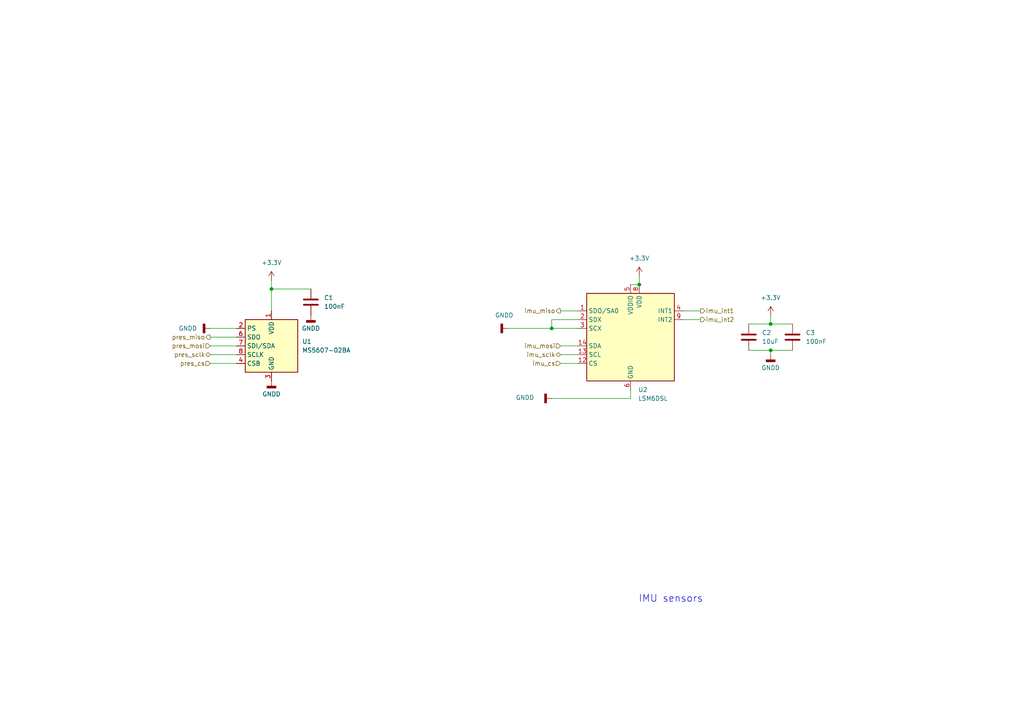
<source format=kicad_sch>
(kicad_sch (version 20250114) (generator "eeschema") (generator_version "9.0")
  (paper "A4")
  (lib_symbols
    (symbol "Device:C" (pin_numbers (hide yes)) (pin_names (offset 0.254))
      (property "Reference" "C" (at 0.635 2.54 0))
      (property "Value" "C" (at 0.635 -2.54 0))
      (symbol "C_0_1"
        (polyline (pts (xy -2.032 0.762) (xy 2.032 0.762)) (stroke (width 0.508)))
        (polyline (pts (xy -2.032 -0.762) (xy 2.032 -0.762)) (stroke (width 0.508)))
      )
      (symbol "C_1_1"
        (pin passive line (at 0 3.81 270) (length 2.794) (name "~") (number "1"))
        (pin passive line (at 0 -3.81 90) (length 2.794) (name "~") (number "2"))
      )
    )
    (symbol "Sensor_Motion:LSM6DSL"
      (property "Reference" "U" (at -11.43 15.24 0))
      (property "Value" "LSM6DSL" (at -11.43 12.7 0))
      (symbol "LSM6DSL_0_1"
        (rectangle (start -12.7 12.7) (end 12.7 -12.7) (stroke (width 0.254)) (fill (type background)))
      )
      (symbol "LSM6DSL_1_1"
        (pin bidirectional line (at -15.24 7.62 0) (length 2.54) (name "SDO/SA0") (number "1"))
        (pin bidirectional line (at -15.24 5.08 0) (length 2.54) (name "SDX") (number "2"))
        (pin input line (at -15.24 2.54 0) (length 2.54) (name "SCX") (number "3"))
        (pin bidirectional line (at -15.24 -2.54 0) (length 2.54) (name "SDA") (number "14"))
        (pin input line (at -15.24 -5.08 0) (length 2.54) (name "SCL") (number "13"))
        (pin input line (at -15.24 -7.62 0) (length 2.54) (name "CS") (number "12"))
        (pin power_in line (at 0 15.24 270) (length 2.54) (name "VDDIO") (number "5"))
        (pin power_in line (at 0 -15.24 90) (length 2.54) (name "GND") (number "6"))
        (pin passive line (at 0 -15.24 90) (length 2.54) (hide yes) (name "GND") (number "7"))
        (pin power_in line (at 2.54 15.24 270) (length 2.54) (name "VDD") (number "8"))
        (pin no_connect line (at 12.7 -2.54 180) (length 3.81) (hide yes) (name "NC") (number "11"))
        (pin no_connect line (at 12.7 -5.08 180) (length 3.81) (hide yes) (name "NC") (number "10"))
        (pin output line (at 15.24 7.62 180) (length 2.54) (name "INT1") (number "4"))
        (pin output line (at 15.24 5.08 180) (length 2.54) (name "INT2") (number "9"))
      )
    )
    (symbol "Sensor_Pressure:MS5607-02BA"
      (property "Reference" "U" (at -6.35 8.89 0))
      (property "Value" "MS5607-02BA" (at 7.62 8.89 0))
      (symbol "MS5607-02BA_0_1"
        (rectangle (start -7.62 7.62) (end 7.62 -7.62) (stroke (width 0.254)) (fill (type background)))
      )
      (symbol "MS5607-02BA_1_1"
        (pin input line (at -10.16 5.08 0) (length 2.54) (name "PS") (number "2"))
        (pin output line (at -10.16 2.54 0) (length 2.54) (name "SDO") (number "6"))
        (pin bidirectional line (at -10.16 0 0) (length 2.54) (name "SDI/SDA") (number "7"))
        (pin input line (at -10.16 -2.54 0) (length 2.54) (name "SCLK") (number "8"))
        (pin input line (at -10.16 -5.08 0) (length 2.54) (name "CSB") (number "4"))
        (pin input line (at -10.16 -5.08 0) (length 2.54) (hide yes) (name "CSB") (number "5"))
        (pin power_in line (at 0 10.16 270) (length 2.54) (name "VDD") (number "1"))
        (pin power_in line (at 0 -10.16 90) (length 2.54) (name "GND") (number "3"))
      )
    )
    (symbol "power:+3.3V" (power) (pin_numbers (hide yes)) (pin_names (offset 0) (hide yes))
      (property "Value" "+3.3V" (at 0 3.556 0))
      (symbol "+3.3V_0_1"
        (polyline (pts (xy -0.762 1.27) (xy 0 2.54)))
        (polyline (pts (xy 0 2.54) (xy 0.762 1.27)))
        (polyline (pts (xy 0 0) (xy 0 2.54)))
      )
      (symbol "+3.3V_1_1"
        (pin power_in line (at 0 0 90) (length 0) (name "~") (number "1"))
      )
    )
    (symbol "power:GNDD" (power) (pin_numbers (hide yes)) (pin_names (offset 0) (hide yes))
      (property "Value" "GNDD" (at 0 -3.175 0))
      (symbol "GNDD_0_1"
        (rectangle (start -1.27 -1.524) (end 1.27 -2.032) (stroke (width 0.254)) (fill (type outline)))
        (polyline (pts (xy 0 0) (xy 0 -1.524)))
      )
      (symbol "GNDD_1_1"
        (pin power_in line (at 0 0 270) (length 0) (name "~") (number "1"))
      )
    )
  )
  (text "IMU sensors" (at 194.564 173.736 0) (effects (font (size 2.032 2.032))))
  (junction (at 185.42 82.55))
  (junction (at 160.02 95.25))
  (junction (at 78.74 83.82))
  (junction (at 223.52 93.98))
  (junction (at 223.52 101.6))
  (wire (pts (xy 160.02 115.57) (xy 182.88 115.57)))
  (wire (pts (xy 182.88 115.57) (xy 182.88 113.03)))
  (wire (pts (xy 78.74 83.82) (xy 78.74 90.17)))
  (wire (pts (xy 60.96 100.33) (xy 68.58 100.33)))
  (wire (pts (xy 60.96 97.79) (xy 68.58 97.79)))
  (wire (pts (xy 198.12 92.71) (xy 203.2 92.71)))
  (wire (pts (xy 182.88 82.55) (xy 185.42 82.55)))
  (wire (pts (xy 162.56 90.17) (xy 167.64 90.17)))
  (wire (pts (xy 223.52 91.44) (xy 223.52 93.98)))
  (wire (pts (xy 162.56 102.87) (xy 167.64 102.87)))
  (wire (pts (xy 185.42 82.55) (xy 185.42 80.01)))
  (wire (pts (xy 78.74 81.28) (xy 78.74 83.82)))
  (wire (pts (xy 198.12 90.17) (xy 203.2 90.17)))
  (wire (pts (xy 223.52 101.6) (xy 229.87 101.6)))
  (wire (pts (xy 60.96 105.41) (xy 68.58 105.41)))
  (wire (pts (xy 167.64 92.71) (xy 160.02 92.71)))
  (wire (pts (xy 160.02 95.25) (xy 167.64 95.25)))
  (wire (pts (xy 217.17 101.6) (xy 223.52 101.6)))
  (wire (pts (xy 162.56 100.33) (xy 167.64 100.33)))
  (wire (pts (xy 60.96 95.25) (xy 68.58 95.25)))
  (wire (pts (xy 162.56 105.41) (xy 167.64 105.41)))
  (wire (pts (xy 223.52 102.87) (xy 223.52 101.6)))
  (wire (pts (xy 78.74 83.82) (xy 90.17 83.82)))
  (wire (pts (xy 160.02 92.71) (xy 160.02 95.25)))
  (wire (pts (xy 223.52 93.98) (xy 229.87 93.98)))
  (wire (pts (xy 217.17 93.98) (xy 223.52 93.98)))
  (wire (pts (xy 60.96 102.87) (xy 68.58 102.87)))
  (wire (pts (xy 147.32 95.25) (xy 160.02 95.25)))
  (hierarchical_label "pres_sclk" (shape bidirectional) (at 60.96 102.87 180))
  (hierarchical_label "imu_int1" (shape output) (at 203.2 90.17 0))
  (hierarchical_label "pres_cs" (shape input) (at 60.96 105.41 180))
  (hierarchical_label "imu_mosi" (shape input) (at 162.56 100.33 180))
  (hierarchical_label "pres_mosi" (shape input) (at 60.96 100.33 180))
  (hierarchical_label "imu_miso" (shape output) (at 162.56 90.17 180))
  (hierarchical_label "imu_int2" (shape output) (at 203.2 92.71 0))
  (hierarchical_label "imu_cs" (shape input) (at 162.56 105.41 180))
  (hierarchical_label "pres_miso" (shape output) (at 60.96 97.79 180))
  (hierarchical_label "imu_sclk" (shape bidirectional) (at 162.56 102.87 180))
  (symbol (lib_id "power:GNDD") (at 60.96 95.25 270) (unit 1)
    (property "Reference" "#PWR0106" (effects (hide yes)))
    (property "Value" "GNDD" (at 57.15 95.2499 90) (effects (justify right)))
    (property "Description" "Power symbol creates a global label with name \"GNDD\" , digital ground" (effects (hide yes)))
    (instances (project "IMU" (path "" (reference "#PWR0106") (unit 1))) (project "ride-along-module" (path "" (reference "#PWR021") (unit 1))) (project "Recovery-Module" (path "" (reference "#PWR042") (unit 1))))
  )
  (symbol (lib_id "power:GNDD") (at 223.52 102.87 0) (unit 1)
    (property "Reference" "#PWR0103" (effects (hide yes)))
    (property "Value" "GNDD" (at 223.52 106.68 0))
    (property "Description" "Power symbol creates a global label with name \"GNDD\" , digital ground" (effects (hide yes)))
    (instances (project "IMU" (path "" (reference "#PWR0103") (unit 1))) (project "ride-along-module" (path "" (reference "#PWR030") (unit 1))) (project "Recovery-Module" (path "" (reference "#PWR047") (unit 1))))
  )
  (symbol (lib_id "power:+3.3V") (at 185.42 80.01 0) (unit 1)
    (property "Reference" "#PWR06" (effects (hide yes)))
    (property "Value" "+3.3V" (at 185.42 74.93 0))
    (property "Description" "Power symbol creates a global label with name \"+3.3V\"" (effects (hide yes)))
    (instances (project "IMU" (path "" (reference "#PWR06") (unit 1))) (project "ride-along-module" (path "" (reference "#PWR028") (unit 1))))
  )
  (symbol (lib_id "Device:C") (at 90.17 87.63 0) (unit 1)
    (property "Reference" "C1" (at 93.98 86.3599 0) (effects (justify left)))
    (property "Value" "100nF" (at 93.98 88.8999 0) (effects (justify left)))
    (property "Footprint" "Capacitor_SMD:C_0603_1608Metric_Pad1.08x0.95mm_HandSolder" (effects (hide yes)))
    (property "Datasheet" "https://content.kemet.com/datasheets/KEM_C1002_X7R_SMD.pdf" (effects (hide yes)))
    (property "Description" "Unpolarized capacitor" (effects (hide yes)))
    (property "Purchase" "https://www.digikey.com/en/products/detail/kemet/C0603C104M5RACTU/2199782" (effects (hide yes)))
    (instances (project "IMU" (path "" (reference "C1") (unit 1))) (project "ride-along-module" (path "" (reference "C14") (unit 1))) (project "Recovery-Module" (path "" (reference "C18") (unit 1))))
  )
  (symbol (lib_id "Sensor_Pressure:MS5607-02BA") (at 78.74 100.33 0) (unit 1)
    (property "Reference" "U1" (at 87.63 99.0599 0) (effects (justify left)))
    (property "Value" "MS5607-02BA" (at 87.63 101.5999 0) (effects (justify left)))
    (property "Footprint" "Package_LGA:LGA-8_3x5mm_P1.25mm" (effects (hide yes)))
    (property "Datasheet" "https://www.te.com/commerce/DocumentDelivery/DDEController?Action=showdoc&DocId=Data+Sheet%7FMS5607-02BA03%7FB2%7Fpdf%7FEnglish%7FENG_DS_MS5607-02BA03_B2.pdf%7FCAT-BLPS0035" (effects (hide yes)))
    (property "Description" "Barometric pressure sensor, 20cm resolution, 10 to 1200 mbar, I2C and SPI interface up to 20MHz, LGA-8" (effects (hide yes)))
    (property "Purchase" "https://www.digikey.com/en/products/detail/te-connectivity-measurement-specialties/MS560702BA03-50/4700931" (effects (hide yes)))
    (instances (project "IMU" (path "" (reference "U1") (unit 1))) (project "ride-along-module" (path "" (reference "U3") (unit 1))) (project "Recovery-Module" (path "" (reference "U6") (unit 1))))
  )
  (symbol (lib_id "power:GNDD") (at 147.32 95.25 270) (unit 1)
    (property "Reference" "#PWR0102" (effects (hide yes)))
    (property "Value" "GNDD" (at 146.2405 91.44 90))
    (property "Description" "Power symbol creates a global label with name \"GNDD\" , digital ground" (effects (hide yes)))
    (instances (project "IMU" (path "" (reference "#PWR0102") (unit 1))) (project "ride-along-module" (path "" (reference "#PWR026") (unit 1))) (project "Recovery-Module" (path "" (reference "#PWR050") (unit 1))))
  )
  (symbol (lib_id "power:GNDD") (at 160.02 115.57 270) (unit 1)
    (property "Reference" "#PWR0101" (effects (hide yes)))
    (property "Value" "GNDD" (at 154.94 115.316 90) (effects (justify right)))
    (property "Description" "Power symbol creates a global label with name \"GNDD\" , digital ground" (effects (hide yes)))
    (instances (project "IMU" (path "" (reference "#PWR0101") (unit 1))) (project "ride-along-module" (path "" (reference "#PWR027") (unit 1))) (project "Recovery-Module" (path "" (reference "#PWR049") (unit 1))))
  )
  (symbol (lib_id "power:+3.3V") (at 78.74 81.28 0) (unit 1)
    (property "Reference" "#PWR0105" (effects (hide yes)))
    (property "Value" "+3.3V" (at 78.74 76.2 0))
    (property "Description" "Power symbol creates a global label with name \"+3.3V\"" (effects (hide yes)))
    (instances (project "IMU" (path "" (reference "#PWR0105") (unit 1))) (project "ride-along-module" (path "" (reference "#PWR023") (unit 1))) (project "Recovery-Module" (path "" (reference "#PWR044") (unit 1))))
  )
  (symbol (lib_id "power:GNDD") (at 78.74 110.49 0) (unit 1)
    (property "Reference" "#PWR0104" (effects (hide yes)))
    (property "Value" "GNDD" (at 78.74 114.3 0))
    (property "Description" "Power symbol creates a global label with name \"GNDD\" , digital ground" (effects (hide yes)))
    (instances (project "IMU" (path "" (reference "#PWR0104") (unit 1))) (project "ride-along-module" (path "" (reference "#PWR024") (unit 1))) (project "Recovery-Module" (path "" (reference "#PWR045") (unit 1))))
  )
  (symbol (lib_id "power:GNDD") (at 90.17 91.44 0) (unit 1)
    (property "Reference" "#PWR0108" (effects (hide yes)))
    (property "Value" "GNDD" (at 90.17 95.25 0))
    (property "Description" "Power symbol creates a global label with name \"GNDD\" , digital ground" (effects (hide yes)))
    (instances (project "IMU" (path "" (reference "#PWR0108") (unit 1))) (project "ride-along-module" (path "" (reference "#PWR025") (unit 1))) (project "Recovery-Module" (path "" (reference "#PWR046") (unit 1))))
  )
  (symbol (lib_id "Device:C") (at 229.87 97.79 0) (unit 1)
    (property "Reference" "C3" (at 233.68 96.5199 0) (effects (justify left)))
    (property "Value" "100nF" (at 233.68 99.0599 0) (effects (justify left)))
    (property "Footprint" "Capacitor_SMD:C_0603_1608Metric_Pad1.08x0.95mm_HandSolder" (effects (hide yes)))
    (property "Datasheet" "https://content.kemet.com/datasheets/KEM_C1002_X7R_SMD.pdf" (effects (hide yes)))
    (property "Description" "Unpolarized capacitor" (effects (hide yes)))
    (property "Purchase" "https://www.digikey.com/en/products/detail/kemet/C0603C104M5RACTU/2199782" (effects (hide yes)))
    (instances (project "IMU" (path "" (reference "C3") (unit 1))) (project "ride-along-module" (path "" (reference "C16") (unit 1))))
  )
  (symbol (lib_id "power:+3.3V") (at 223.52 91.44 0) (unit 1)
    (property "Reference" "#PWR01" (effects (hide yes)))
    (property "Value" "+3.3V" (at 223.52 86.36 0))
    (property "Description" "Power symbol creates a global label with name \"+3.3V\"" (effects (hide yes)))
    (instances (project "IMU" (path "" (reference "#PWR01") (unit 1))) (project "ride-along-module" (path "" (reference "#PWR029") (unit 1))))
  )
  (symbol (lib_id "Sensor_Motion:LSM6DSL") (at 182.88 97.79 0) (unit 1)
    (property "Reference" "U2" (at 185.0741 113.03 0) (effects (justify left)))
    (property "Value" "LSM6DSL" (at 185.0741 115.57 0) (effects (justify left)))
    (property "Footprint" "Package_LGA:LGA-14_3x2.5mm_P0.5mm_LayoutBorder3x4y" (effects (hide yes)))
    (property "Datasheet" "https://www.st.com/resource/en/datasheet/lsm6dsl.pdf" (effects (hide yes)))
    (property "Description" "I2C/SPI, iNEMO inertial module: always-on 3D accelerometer and 3D gyroscope, 1.71V to 3.6V VCC" (effects (hide yes)))
    (property "Purchase" "https://www.digikey.com/en/products/detail/stmicroelectronics/LSM6DSLTR/6192804" (effects (hide yes)))
    (instances (project "" (path "" (reference "U2") (unit 1))) (project "ride-along-module" (path "" (reference "U4") (unit 1))))
  )
  (symbol (lib_id "Device:C") (at 217.17 97.79 0) (unit 1)
    (property "Reference" "C2" (at 220.98 96.5199 0) (effects (justify left)))
    (property "Value" "10uF" (at 220.98 99.0599 0) (effects (justify left)))
    (property "Footprint" "Capacitor_SMD:C_0603_1608Metric_Pad1.08x0.95mm_HandSolder" (effects (hide yes)))
    (property "Datasheet" "https://content.kemet.com/datasheets/KEM_T2005_T491.pdf" (effects (hide yes)))
    (property "Description" "Unpolarized capacitor" (effects (hide yes)))
    (property "Purchase" "https://www.digikey.com/en/products/detail/kemet/T491A106K010AT/818545" (effects (hide yes)))
    (instances (project "IMU" (path "" (reference "C2") (unit 1))) (project "ride-along-module" (path "" (reference "C15") (unit 1))) (project "Recovery-Module" (path "" (reference "C19") (unit 1))))
  )
)
</source>
